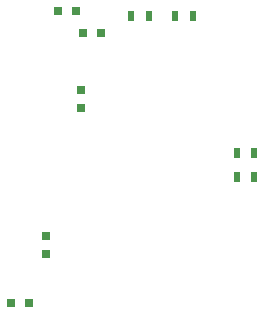
<source format=gbp>
G04 #@! TF.FileFunction,Paste,Bot*
%FSLAX46Y46*%
G04 Gerber Fmt 4.6, Leading zero omitted, Abs format (unit mm)*
G04 Created by KiCad (PCBNEW 4.0.5) date 02/11/17 17:41:13*
%MOMM*%
%LPD*%
G01*
G04 APERTURE LIST*
%ADD10C,0.100000*%
%ADD11R,0.800000X0.750000*%
%ADD12R,0.750000X0.800000*%
%ADD13R,0.500000X0.900000*%
G04 APERTURE END LIST*
D10*
D11*
X91850000Y-66800000D03*
X90350000Y-66800000D03*
X88250000Y-65000000D03*
X89750000Y-65000000D03*
D12*
X90200000Y-73150000D03*
X90200000Y-71650000D03*
D11*
X85750000Y-89700000D03*
X84250000Y-89700000D03*
D12*
X87200000Y-84050000D03*
X87200000Y-85550000D03*
D13*
X95950000Y-65400000D03*
X94450000Y-65400000D03*
X98150000Y-65400000D03*
X99650000Y-65400000D03*
X104850000Y-79000000D03*
X103350000Y-79000000D03*
X104850000Y-77000000D03*
X103350000Y-77000000D03*
M02*

</source>
